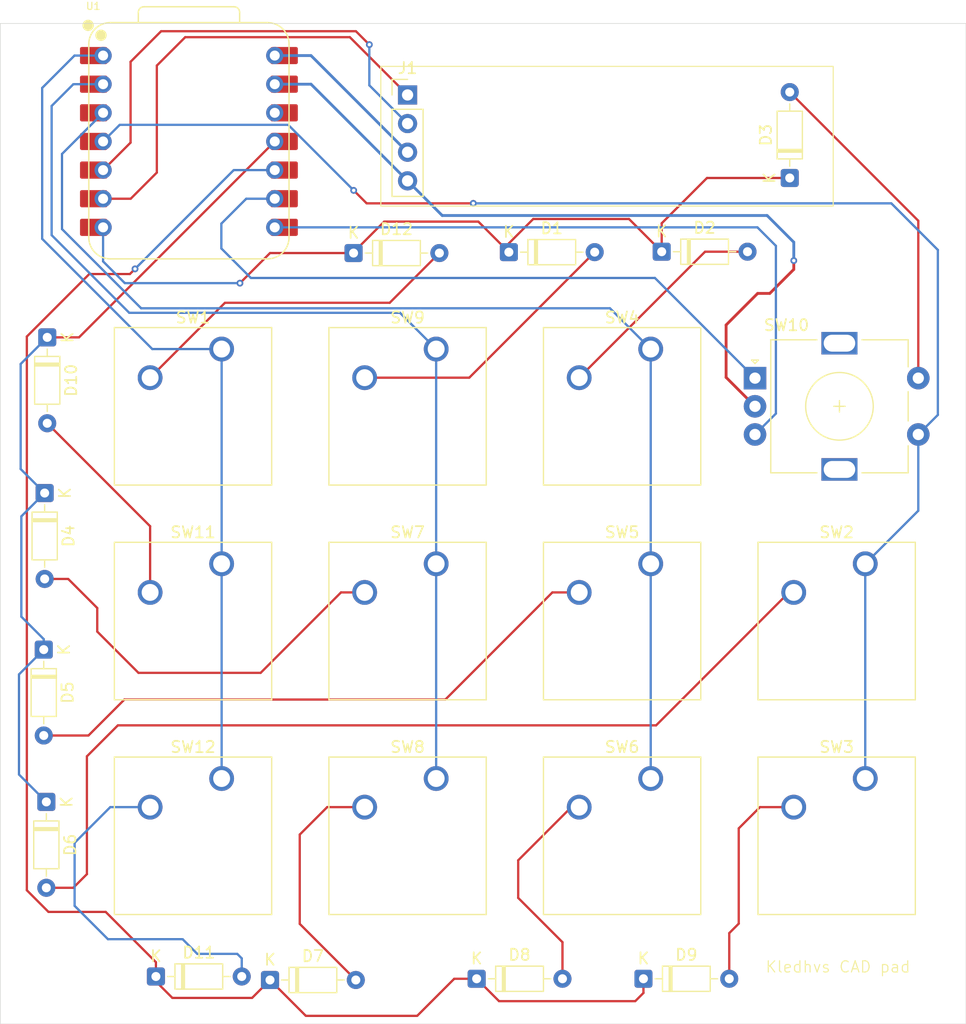
<source format=kicad_pcb>
(kicad_pcb (version 20241229) (generator "pcbnew") (generator_version "9.0")
  (layers (0 "F.Cu" signal) (2 "B.Cu" signal) (13 "F.Paste" user) (15 "B.Paste" user) (5 "F.SilkS" user "F.Silkscreen") (7 "B.SilkS" user "B.Silkscreen") (1 "F.Mask" user) (3 "B.Mask" user) (25 "Edge.Cuts" user))
  (net 0 "")
  (net 1 "Row0")
  (net 2 "Net-(D1-A)")
  (net 3 "Net-(D2-A)")
  (net 4 "Net-(D3-A)")
  (net 5 "Net-(D4-A)")
  (net 6 "Row1")
  (net 7 "Net-(D5-A)")
  (net 8 "Net-(D6-A)")
  (net 9 "Row2")
  (net 10 "Net-(D7-A)")
  (net 11 "Net-(D8-A)")
  (net 12 "Net-(D9-A)")
  (net 13 "VCC")
  (net 14 "Net-(D10-A)")
  (net 15 "GND")
  (net 16 "Net-(D11-A)")
  (net 17 "Net-(D12-A)")
  (net 18 "Col3")
  (net 19 "SDA")
  (net 20 "SCL")
  (net 21 "Col2")
  (net 22 "Col1")
  (net 23 "Col0")
  (net 24 "EC11A")
  (net 25 "EC11B")
  (footprint "Diode_THT:D_DO-35_SOD27_P7.62mm_Horizontal" (layer "F.Cu") (at 139.58 119.64)
    (property "Reference" "D11" (at 3.81 -2.12 0) (layer "F.SilkS"))
    (property "Value" "1N4148")
    (fp_line (start 1.04 0) (end 1.69 0) (stroke (width 0.12)) (layer "F.SilkS"))
    (fp_line (start 2.29 -1.12) (end 2.29 1.12) (stroke (width 0.12)) (layer "F.SilkS"))
    (fp_line (start 2.41 -1.12) (end 2.41 1.12) (stroke (width 0.12)) (layer "F.SilkS"))
    (fp_line (start 2.53 -1.12) (end 2.53 1.12) (stroke (width 0.12)) (layer "F.SilkS"))
    (fp_line (start 6.58 0) (end 5.93 0) (stroke (width 0.12)) (layer "F.SilkS"))
    (fp_rect (start 1.69 -1.12) (end 5.93 1.12) (stroke (width 0.12)) (fill no) (layer "F.SilkS"))
    (fp_text user "K" (at 0 -1.8 0) (layer "F.SilkS"))
    (pad "1" thru_hole roundrect (at 0 0) (size 1.6 1.6) (drill 0.8) (layers "*.Cu" "*.Mask") (roundrect_rratio 0.15625) (net 9 "Row2"))
    (pad "2" thru_hole circle (at 7.62 0) (size 1.6 1.6) (drill 0.8) (layers "*.Cu" "*.Mask") (net 16 "Net-(D11-A)"))
  )
  (footprint "Diode_THT:D_DO-35_SOD27_P7.62mm_Horizontal" (layer "F.Cu") (at 184.49 55.34)
    (property "Reference" "D2" (at 3.81 -2.12 0) (layer "F.SilkS"))
    (property "Value" "1N4148")
    (fp_line (start 1.04 0) (end 1.69 0) (stroke (width 0.12)) (layer "F.SilkS"))
    (fp_line (start 2.29 -1.12) (end 2.29 1.12) (stroke (width 0.12)) (layer "F.SilkS"))
    (fp_line (start 2.41 -1.12) (end 2.41 1.12) (stroke (width 0.12)) (layer "F.SilkS"))
    (fp_line (start 2.53 -1.12) (end 2.53 1.12) (stroke (width 0.12)) (layer "F.SilkS"))
    (fp_line (start 6.58 0) (end 5.93 0) (stroke (width 0.12)) (layer "F.SilkS"))
    (fp_rect (start 1.69 -1.12) (end 5.93 1.12) (stroke (width 0.12)) (fill no) (layer "F.SilkS"))
    (fp_text user "K" (at 0 -1.8 0) (layer "F.SilkS"))
    (pad "1" thru_hole roundrect (at 0 0) (size 1.6 1.6) (drill 0.8) (layers "*.Cu" "*.Mask") (roundrect_rratio 0.15625) (net 1 "Row0"))
    (pad "2" thru_hole circle (at 7.62 0) (size 1.6 1.6) (drill 0.8) (layers "*.Cu" "*.Mask") (net 3 "Net-(D2-A)"))
  )
  (footprint "Diode_THT:D_DO-35_SOD27_P7.62mm_Horizontal" (layer "F.Cu") (at 129.85 104.15 -90)
    (property "Reference" "D6" (at 3.81 -2.12 90) (layer "F.SilkS"))
    (property "Value" "1N4148")
    (fp_line (start 1.04 0) (end 1.69 0) (stroke (width 0.12)) (layer "F.SilkS"))
    (fp_line (start 6.58 0) (end 5.93 0) (stroke (width 0.12)) (layer "F.SilkS"))
    (fp_line (start 2.29 -1.12) (end 2.29 1.12) (stroke (width 0.12)) (layer "F.SilkS"))
    (fp_line (start 2.41 -1.12) (end 2.41 1.12) (stroke (width 0.12)) (layer "F.SilkS"))
    (fp_line (start 2.53 -1.12) (end 2.53 1.12) (stroke (width 0.12)) (layer "F.SilkS"))
    (fp_rect (start 1.69 -1.12) (end 5.93 1.12) (stroke (width 0.12)) (fill no) (layer "F.SilkS"))
    (fp_text user "K" (at 0 -1.8 90) (layer "F.SilkS"))
    (pad "1" thru_hole roundrect (at 0 0 270) (size 1.6 1.6) (drill 0.8) (layers "*.Cu" "*.Mask") (roundrect_rratio 0.15625) (net 6 "Row1"))
    (pad "2" thru_hole circle (at 7.62 0 270) (size 1.6 1.6) (drill 0.8) (layers "*.Cu" "*.Mask") (net 8 "Net-(D6-A)"))
  )
  (footprint "Button_Switch_Keyboard:SW_Cherry_MX_1.00u_PCB" (layer "F.Cu") (at 183.515 63.97625)
    (property "Reference" "SW4" (at -2.54 -2.794 0) (layer "F.SilkS"))
    (property "Value" "SW_Push")
    (fp_line (start -9.525 -1.905) (end 4.445 -1.905) (stroke (width 0.12)) (layer "F.SilkS"))
    (fp_line (start -9.525 12.065) (end -9.525 -1.905) (stroke (width 0.12)) (layer "F.SilkS"))
    (fp_line (start 4.445 -1.905) (end 4.445 12.065) (stroke (width 0.12)) (layer "F.SilkS"))
    (fp_line (start 4.445 12.065) (end -9.525 12.065) (stroke (width 0.12)) (layer "F.SilkS"))
    (pad "" np_thru_hole circle (at -7.62 5.08) (size 1.7 1.7) (drill 1.7) (layers "*.Cu" "*.Mask"))
    (pad "" np_thru_hole circle (at -2.54 5.08) (size 4 4) (drill 4) (layers "*.Cu" "*.Mask"))
    (pad "" np_thru_hole circle (at 2.54 5.08) (size 1.7 1.7) (drill 1.7) (layers "*.Cu" "*.Mask"))
    (pad "1" thru_hole circle (at 0 0) (size 2.2 2.2) (drill 1.5) (layers "*.Cu" "*.Mask") (net 21 "Col2"))
    (pad "2" thru_hole circle (at -6.35 2.54) (size 2.2 2.2) (drill 1.5) (layers "*.Cu" "*.Mask") (net 3 "Net-(D2-A)"))
  )
  (footprint "Diode_THT:D_DO-35_SOD27_P7.62mm_Horizontal" (layer "F.Cu") (at 157.13 55.46)
    (property "Reference" "D12" (at 3.81 -2.12 0) (layer "F.SilkS"))
    (property "Value" "1N4148")
    (fp_line (start 1.04 0) (end 1.69 0) (stroke (width 0.12)) (layer "F.SilkS"))
    (fp_line (start 2.29 -1.12) (end 2.29 1.12) (stroke (width 0.12)) (layer "F.SilkS"))
    (fp_line (start 2.41 -1.12) (end 2.41 1.12) (stroke (width 0.12)) (layer "F.SilkS"))
    (fp_line (start 2.53 -1.12) (end 2.53 1.12) (stroke (width 0.12)) (layer "F.SilkS"))
    (fp_line (start 6.58 0) (end 5.93 0) (stroke (width 0.12)) (layer "F.SilkS"))
    (fp_rect (start 1.69 -1.12) (end 5.93 1.12) (stroke (width 0.12)) (fill no) (layer "F.SilkS"))
    (fp_text user "K" (at 0 -1.8 0) (layer "F.SilkS"))
    (pad "1" thru_hole roundrect (at 0 0) (size 1.6 1.6) (drill 0.8) (layers "*.Cu" "*.Mask") (roundrect_rratio 0.15625) (net 1 "Row0"))
    (pad "2" thru_hole circle (at 7.62 0) (size 1.6 1.6) (drill 0.8) (layers "*.Cu" "*.Mask") (net 17 "Net-(D12-A)"))
  )
  (footprint "Diode_THT:D_DO-35_SOD27_P7.62mm_Horizontal" (layer "F.Cu") (at 129.7 76.75 -90)
    (property "Reference" "D4" (at 3.81 -2.12 90) (layer "F.SilkS"))
    (property "Value" "1N4148")
    (fp_line (start 1.04 0) (end 1.69 0) (stroke (width 0.12)) (layer "F.SilkS"))
    (fp_line (start 6.58 0) (end 5.93 0) (stroke (width 0.12)) (layer "F.SilkS"))
    (fp_line (start 2.29 -1.12) (end 2.29 1.12) (stroke (width 0.12)) (layer "F.SilkS"))
    (fp_line (start 2.41 -1.12) (end 2.41 1.12) (stroke (width 0.12)) (layer "F.SilkS"))
    (fp_line (start 2.53 -1.12) (end 2.53 1.12) (stroke (width 0.12)) (layer "F.SilkS"))
    (fp_rect (start 1.69 -1.12) (end 5.93 1.12) (stroke (width 0.12)) (fill no) (layer "F.SilkS"))
    (fp_text user "K" (at 0 -1.8 90) (layer "F.SilkS"))
    (pad "1" thru_hole roundrect (at 0 0 270) (size 1.6 1.6) (drill 0.8) (layers "*.Cu" "*.Mask") (roundrect_rratio 0.15625) (net 6 "Row1"))
    (pad "2" thru_hole circle (at 7.62 0 270) (size 1.6 1.6) (drill 0.8) (layers "*.Cu" "*.Mask") (net 5 "Net-(D4-A)"))
  )
  (footprint "Diode_THT:D_DO-35_SOD27_P7.62mm_Horizontal" (layer "F.Cu") (at 129.93 62.94 -90)
    (property "Reference" "D10" (at 3.81 -2.12 90) (layer "F.SilkS"))
    (property "Value" "1N4148")
    (fp_line (start 1.04 0) (end 1.69 0) (stroke (width 0.12)) (layer "F.SilkS"))
    (fp_line (start 6.58 0) (end 5.93 0) (stroke (width 0.12)) (layer "F.SilkS"))
    (fp_line (start 2.29 -1.12) (end 2.29 1.12) (stroke (width 0.12)) (layer "F.SilkS"))
    (fp_line (start 2.41 -1.12) (end 2.41 1.12) (stroke (width 0.12)) (layer "F.SilkS"))
    (fp_line (start 2.53 -1.12) (end 2.53 1.12) (stroke (width 0.12)) (layer "F.SilkS"))
    (fp_rect (start 1.69 -1.12) (end 5.93 1.12) (stroke (width 0.12)) (fill no) (layer "F.SilkS"))
    (fp_text user "K" (at 0 -1.8 90) (layer "F.SilkS"))
    (pad "1" thru_hole roundrect (at 0 0 270) (size 1.6 1.6) (drill 0.8) (layers "*.Cu" "*.Mask") (roundrect_rratio 0.15625) (net 6 "Row1"))
    (pad "2" thru_hole circle (at 7.62 0 270) (size 1.6 1.6) (drill 0.8) (layers "*.Cu" "*.Mask") (net 14 "Net-(D10-A)"))
  )
  (footprint "Button_Switch_Keyboard:SW_Cherry_MX_1.00u_PCB" (layer "F.Cu") (at 145.415 63.97625)
    (property "Reference" "SW1" (at -2.54 -2.794 0) (layer "F.SilkS"))
    (property "Value" "SW_Push")
    (fp_line (start -9.525 -1.905) (end 4.445 -1.905) (stroke (width 0.12)) (layer "F.SilkS"))
    (fp_line (start -9.525 12.065) (end -9.525 -1.905) (stroke (width 0.12)) (layer "F.SilkS"))
    (fp_line (start 4.445 -1.905) (end 4.445 12.065) (stroke (width 0.12)) (layer "F.SilkS"))
    (fp_line (start 4.445 12.065) (end -9.525 12.065) (stroke (width 0.12)) (layer "F.SilkS"))
    (pad "" np_thru_hole circle (at -7.62 5.08) (size 1.7 1.7) (drill 1.7) (layers "*.Cu" "*.Mask"))
    (pad "" np_thru_hole circle (at -2.54 5.08) (size 4 4) (drill 4) (layers "*.Cu" "*.Mask"))
    (pad "" np_thru_hole circle (at 2.54 5.08) (size 1.7 1.7) (drill 1.7) (layers "*.Cu" "*.Mask"))
    (pad "1" thru_hole circle (at 0 0) (size 2.2 2.2) (drill 1.5) (layers "*.Cu" "*.Mask") (net 23 "Col0"))
    (pad "2" thru_hole circle (at -6.35 2.54) (size 2.2 2.2) (drill 1.5) (layers "*.Cu" "*.Mask") (net 17 "Net-(D12-A)"))
  )
  (footprint "Diode_THT:D_DO-35_SOD27_P7.62mm_Horizontal" (layer "F.Cu") (at 182.87 119.84)
    (property "Reference" "D9" (at 3.81 -2.12 0) (layer "F.SilkS"))
    (property "Value" "1N4148")
    (fp_line (start 1.04 0) (end 1.69 0) (stroke (width 0.12)) (layer "F.SilkS"))
    (fp_line (start 2.29 -1.12) (end 2.29 1.12) (stroke (width 0.12)) (layer "F.SilkS"))
    (fp_line (start 2.41 -1.12) (end 2.41 1.12) (stroke (width 0.12)) (layer "F.SilkS"))
    (fp_line (start 2.53 -1.12) (end 2.53 1.12) (stroke (width 0.12)) (layer "F.SilkS"))
    (fp_line (start 6.58 0) (end 5.93 0) (stroke (width 0.12)) (layer "F.SilkS"))
    (fp_rect (start 1.69 -1.12) (end 5.93 1.12) (stroke (width 0.12)) (fill no) (layer "F.SilkS"))
    (fp_text user "K" (at 0 -1.8 0) (layer "F.SilkS"))
    (pad "1" thru_hole roundrect (at 0 0) (size 1.6 1.6) (drill 0.8) (layers "*.Cu" "*.Mask") (roundrect_rratio 0.15625) (net 9 "Row2"))
    (pad "2" thru_hole circle (at 7.62 0) (size 1.6 1.6) (drill 0.8) (layers "*.Cu" "*.Mask") (net 12 "Net-(D9-A)"))
  )
  (footprint "Diode_THT:D_DO-35_SOD27_P7.62mm_Horizontal" (layer "F.Cu") (at 129.62 90.64 -90)
    (property "Reference" "D5" (at 3.81 -2.12 90) (layer "F.SilkS"))
    (property "Value" "1N4148")
    (fp_line (start 1.04 0) (end 1.69 0) (stroke (width 0.12)) (layer "F.SilkS"))
    (fp_line (start 6.58 0) (end 5.93 0) (stroke (width 0.12)) (layer "F.SilkS"))
    (fp_line (start 2.29 -1.12) (end 2.29 1.12) (stroke (width 0.12)) (layer "F.SilkS"))
    (fp_line (start 2.41 -1.12) (end 2.41 1.12) (stroke (width 0.12)) (layer "F.SilkS"))
    (fp_line (start 2.53 -1.12) (end 2.53 1.12) (stroke (width 0.12)) (layer "F.SilkS"))
    (fp_rect (start 1.69 -1.12) (end 5.93 1.12) (stroke (width 0.12)) (fill no) (layer "F.SilkS"))
    (fp_text user "K" (at 0 -1.8 90) (layer "F.SilkS"))
    (pad "1" thru_hole roundrect (at 0 0 270) (size 1.6 1.6) (drill 0.8) (layers "*.Cu" "*.Mask") (roundrect_rratio 0.15625) (net 6 "Row1"))
    (pad "2" thru_hole circle (at 7.62 0 270) (size 1.6 1.6) (drill 0.8) (layers "*.Cu" "*.Mask") (net 7 "Net-(D5-A)"))
  )
  (footprint "Button_Switch_Keyboard:SW_Cherry_MX_1.00u_PCB" (layer "F.Cu") (at 145.415 83.02625)
    (property "Reference" "SW11" (at -2.54 -2.794 0) (layer "F.SilkS"))
    (property "Value" "SW_Push")
    (fp_line (start -9.525 -1.905) (end 4.445 -1.905) (stroke (width 0.12)) (layer "F.SilkS"))
    (fp_line (start -9.525 12.065) (end -9.525 -1.905) (stroke (width 0.12)) (layer "F.SilkS"))
    (fp_line (start 4.445 -1.905) (end 4.445 12.065) (stroke (width 0.12)) (layer "F.SilkS"))
    (fp_line (start 4.445 12.065) (end -9.525 12.065) (stroke (width 0.12)) (layer "F.SilkS"))
    (pad "" np_thru_hole circle (at -7.62 5.08) (size 1.7 1.7) (drill 1.7) (layers "*.Cu" "*.Mask"))
    (pad "" np_thru_hole circle (at -2.54 5.08) (size 4 4) (drill 4) (layers "*.Cu" "*.Mask"))
    (pad "" np_thru_hole circle (at 2.54 5.08) (size 1.7 1.7) (drill 1.7) (layers "*.Cu" "*.Mask"))
    (pad "1" thru_hole circle (at 0 0) (size 2.2 2.2) (drill 1.5) (layers "*.Cu" "*.Mask") (net 23 "Col0"))
    (pad "2" thru_hole circle (at -6.35 2.54) (size 2.2 2.2) (drill 1.5) (layers "*.Cu" "*.Mask") (net 14 "Net-(D10-A)"))
  )
  (footprint "Button_Switch_Keyboard:SW_Cherry_MX_1.00u_PCB" (layer "F.Cu") (at 202.565 83.02625)
    (property "Reference" "SW2" (at -2.54 -2.794 0) (layer "F.SilkS"))
    (property "Value" "SW_Push")
    (fp_line (start -9.525 -1.905) (end 4.445 -1.905) (stroke (width 0.12)) (layer "F.SilkS"))
    (fp_line (start -9.525 12.065) (end -9.525 -1.905) (stroke (width 0.12)) (layer "F.SilkS"))
    (fp_line (start 4.445 -1.905) (end 4.445 12.065) (stroke (width 0.12)) (layer "F.SilkS"))
    (fp_line (start 4.445 12.065) (end -9.525 12.065) (stroke (width 0.12)) (layer "F.SilkS"))
    (pad "" np_thru_hole circle (at -7.62 5.08) (size 1.7 1.7) (drill 1.7) (layers "*.Cu" "*.Mask"))
    (pad "" np_thru_hole circle (at -2.54 5.08) (size 4 4) (drill 4) (layers "*.Cu" "*.Mask"))
    (pad "" np_thru_hole circle (at 2.54 5.08) (size 1.7 1.7) (drill 1.7) (layers "*.Cu" "*.Mask"))
    (pad "1" thru_hole circle (at 0 0) (size 2.2 2.2) (drill 1.5) (layers "*.Cu" "*.Mask") (net 18 "Col3"))
    (pad "2" thru_hole circle (at -6.35 2.54) (size 2.2 2.2) (drill 1.5) (layers "*.Cu" "*.Mask") (net 8 "Net-(D6-A)"))
  )
  (footprint "Connector_PinHeader_2.54mm:PinHeader_1x04_P2.54mm_Vertical" (layer "F.Cu") (at 161.925 41.43375)
    (property "Reference" "J1" (at 0 -2.38 0) (layer "F.SilkS"))
    (property "Value" "OLED Display")
    (fp_line (start -1.38 -1.38) (end 0 -1.38) (stroke (width 0.12)) (layer "F.SilkS"))
    (fp_line (start -1.38 0) (end -1.38 -1.38) (stroke (width 0.12)) (layer "F.SilkS"))
    (fp_line (start -1.38 1.27) (end -1.38 9) (stroke (width 0.12)) (layer "F.SilkS"))
    (fp_line (start -1.38 1.27) (end 1.38 1.27) (stroke (width 0.12)) (layer "F.SilkS"))
    (fp_line (start -1.38 9) (end 1.38 9) (stroke (width 0.12)) (layer "F.SilkS"))
    (fp_line (start 1.38 1.27) (end 1.38 9) (stroke (width 0.12)) (layer "F.SilkS"))
    (pad "1" thru_hole rect (at 0 0) (size 1.7 1.7) (drill 1) (layers "*.Cu" "*.Mask") (net 20 "SCL"))
    (pad "2" thru_hole circle (at 0 2.54) (size 1.7 1.7) (drill 1) (layers "*.Cu" "*.Mask") (net 19 "SDA"))
    (pad "3" thru_hole circle (at 0 5.08) (size 1.7 1.7) (drill 1) (layers "*.Cu" "*.Mask") (net 13 "VCC"))
    (pad "4" thru_hole circle (at 0 7.62) (size 1.7 1.7) (drill 1) (layers "*.Cu" "*.Mask") (net 15 "GND"))
  )
  (footprint "OPL lib:XIAO-RP2040-DIP" (layer "F.Cu") (at 142.51 45.56)
    (property "Reference" "U1" (at -8.5 -12 0) (layer "F.SilkS") (effects (font (size 0.635 0.635) (thickness 0.1016))))
    (property "Value" "XIAO-RP2040-DIP")
    (fp_line (start -8.89 8.509) (end -8.89 -8.636) (stroke (width 0.127)) (layer "F.SilkS"))
    (fp_line (start -6.985 10.414) (end 6.985 10.414) (stroke (width 0.127)) (layer "F.SilkS"))
    (fp_line (start -4.495 -10.541) (end -4.491272 -11.451272) (stroke (width 0.127)) (layer "F.SilkS"))
    (fp_line (start -3.991272 -11.951) (end 4.004 -11.951) (stroke (width 0.127)) (layer "F.SilkS"))
    (fp_line (start 4.504 -11.451) (end 4.504 -10.541) (stroke (width 0.127)) (layer "F.SilkS"))
    (fp_line (start 6.985 -10.541) (end -6.985 -10.541) (stroke (width 0.1)) (layer "F.SilkS"))
    (fp_line (start 6.985 -10.541) (end -6.985 -10.541) (stroke (width 0.127)) (layer "F.SilkS"))
    (fp_line (start 8.89 8.509) (end 8.89 -8.636) (stroke (width 0.127)) (layer "F.SilkS"))
    (fp_arc (start -8.89 -8.636) (mid -8.332038 -9.983038) (end -6.985 -10.541) (stroke (width 0.127)) (layer "F.SilkS"))
    (fp_arc (start -6.985 10.414) (mid -8.332038 9.856038) (end -8.89 8.509) (stroke (width 0.127)) (layer "F.SilkS"))
    (fp_arc (start -4.491272 -11.451272) (mid -4.344728 -11.80464) (end -3.991272 -11.951) (stroke (width 0.127)) (layer "F.SilkS"))
    (fp_arc (start 4.004 -11.951) (mid 4.357553 -11.804553) (end 4.504 -11.451) (stroke (width 0.127)) (layer "F.SilkS"))
    (fp_arc (start 6.985 -10.541) (mid 8.332038 -9.983038) (end 8.89 -8.636) (stroke (width 0.127)) (layer "F.SilkS"))
    (fp_arc (start 8.89 8.509) (mid 8.332038 9.856038) (end 6.985 10.414) (stroke (width 0.127)) (layer "F.SilkS"))
    (fp_circle (center -8.95 -10.3) (end -8.95 -10.554) (stroke (width 0.5)) (fill yes) (layer "F.SilkS"))
    (fp_circle (center -7.807 -9.42) (end -7.807 -9.674) (stroke (width 0.5)) (fill yes) (layer "F.SilkS"))
    (pad "1" smd roundrect (at -8.455 -7.62 180) (size 2.432 1.524) (layers "F.Cu" "F.Mask") (roundrect_rratio 0.1) (net 23 "Col0"))
    (pad "1" thru_hole circle (at -7.62 -7.62 180) (size 1.524 1.524) (drill 0.889) (layers "*.Cu" "*.Mask") (net 23 "Col0"))
    (pad "2" smd roundrect (at -8.455 -5.08 180) (size 2.432 1.524) (layers "F.Cu" "F.Mask") (roundrect_rratio 0.1) (net 22 "Col1"))
    (pad "2" thru_hole circle (at -7.62 -5.08 180) (size 1.524 1.524) (drill 0.889) (layers "*.Cu" "*.Mask") (net 22 "Col1"))
    (pad "3" smd roundrect (at -8.455 -2.54 180) (size 2.432 1.524) (layers "F.Cu" "F.Mask") (roundrect_rratio 0.1) (net 21 "Col2"))
    (pad "3" thru_hole circle (at -7.62 -2.54 180) (size 1.524 1.524) (drill 0.889) (layers "*.Cu" "*.Mask") (net 21 "Col2"))
    (pad "4" smd roundrect (at -8.455 0 180) (size 2.432 1.524) (layers "F.Cu" "F.Mask") (roundrect_rratio 0.1) (net 18 "Col3"))
    (pad "4" thru_hole circle (at -7.62 0 180) (size 1.524 1.524) (drill 0.889) (layers "*.Cu" "*.Mask") (net 18 "Col3"))
    (pad "5" smd roundrect (at -8.455 2.54 180) (size 2.432 1.524) (layers "F.Cu" "F.Mask") (roundrect_rratio 0.1) (net 19 "SDA"))
    (pad "5" thru_hole circle (at -7.62 2.54 180) (size 1.524 1.524) (drill 0.889) (layers "*.Cu" "*.Mask") (net 19 "SDA"))
    (pad "6" smd roundrect (at -8.455 5.08 180) (size 2.432 1.524) (layers "F.Cu" "F.Mask") (roundrect_rratio 0.1) (net 20 "SCL"))
    (pad "6" thru_hole circle (at -7.62 5.08 180) (size 1.524 1.524) (drill 0.889) (layers "*.Cu" "*.Mask") (net 20 "SCL"))
    (pad "7" smd roundrect (at -8.455 7.62 180) (size 2.432 1.524) (layers "F.Cu" "F.Mask") (roundrect_rratio 0.1) (net 1 "Row0"))
    (pad "7" thru_hole circle (at -7.62 7.62 180) (size 1.524 1.524) (drill 0.889) (layers "*.Cu" "*.Mask") (net 1 "Row0"))
    (pad "8" thru_hole circle (at 7.62 7.62) (size 1.524 1.524) (drill 0.889) (layers "*.Cu" "*.Mask") (net 25 "EC11B"))
    (pad "8" smd roundrect (at 8.455 7.62) (size 2.432 1.524) (layers "F.Cu" "F.Mask") (roundrect_rratio 0.1) (net 25 "EC11B"))
    (pad "9" thru_hole circle (at 7.62 5.08) (size 1.524 1.524) (drill 0.889) (layers "*.Cu" "*.Mask") (net 24 "EC11A"))
    (pad "9" smd roundrect (at 8.455 5.08) (size 2.432 1.524) (layers "F.Cu" "F.Mask") (roundrect_rratio 0.1) (net 24 "EC11A"))
    (pad "10" thru_hole circle (at 7.62 2.54) (size 1.524 1.524) (drill 0.889) (layers "*.Cu" "*.Mask") (net 9 "Row2"))
    (pad "10" smd roundrect (at 8.455 2.54) (size 2.432 1.524) (layers "F.Cu" "F.Mask") (roundrect_rratio 0.1) (net 9 "Row2"))
    (pad "11" thru_hole circle (at 7.62 0) (size 1.524 1.524) (drill 0.889) (layers "*.Cu" "*.Mask") (net 6 "Row1"))
    (pad "11" smd roundrect (at 8.455 0) (size 2.432 1.524) (layers "F.Cu" "F.Mask") (roundrect_rratio 0.1) (net 6 "Row1"))
    (pad "12" thru_hole circle (at 7.62 -2.54) (size 1.524 1.524) (drill 0.889) (layers "*.Cu" "*.Mask"))
    (pad "12" smd roundrect (at 8.455 -2.54) (size 2.432 1.524) (layers "F.Cu" "F.Mask") (roundrect_rratio 0.1))
    (pad "13" thru_hole circle (at 7.62 -5.08) (size 1.524 1.524) (drill 0.889) (layers "*.Cu" "*.Mask") (net 15 "GND"))
    (pad "13" smd roundrect (at 8.455 -5.08) (size 2.432 1.524) (layers "F.Cu" "F.Mask") (roundrect_rratio 0.1) (net 15 "GND"))
    (pad "14" thru_hole circle (at 7.62 -7.62) (size 1.524 1.524) (drill 0.889) (layers "*.Cu" "*.Mask") (net 13 "VCC"))
    (pad "14" smd roundrect (at 8.455 -7.62) (size 2.432 1.524) (layers "F.Cu" "F.Mask") (roundrect_rratio 0.1) (net 13 "VCC"))
  )
  (footprint "Button_Switch_Keyboard:SW_Cherry_MX_1.00u_PCB" (layer "F.Cu") (at 164.465 83.02625)
    (property "Reference" "SW7" (at -2.54 -2.794 0) (layer "F.SilkS"))
    (property "Value" "SW_Push")
    (fp_line (start -9.525 -1.905) (end 4.445 -1.905) (stroke (width 0.12)) (layer "F.SilkS"))
    (fp_line (start -9.525 12.065) (end -9.525 -1.905) (stroke (width 0.12)) (layer "F.SilkS"))
    (fp_line (start 4.445 -1.905) (end 4.445 12.065) (stroke (width 0.12)) (layer "F.SilkS"))
    (fp_line (start 4.445 12.065) (end -9.525 12.065) (stroke (width 0.12)) (layer "F.SilkS"))
    (pad "" np_thru_hole circle (at -7.62 5.08) (size 1.7 1.7) (drill 1.7) (layers "*.Cu" "*.Mask"))
    (pad "" np_thru_hole circle (at -2.54 5.08) (size 4 4) (drill 4) (layers "*.Cu" "*.Mask"))
    (pad "" np_thru_hole circle (at 2.54 5.08) (size 1.7 1.7) (drill 1.7) (layers "*.Cu" "*.Mask"))
    (pad "1" thru_hole circle (at 0 0) (size 2.2 2.2) (drill 1.5) (layers "*.Cu" "*.Mask") (net 22 "Col1"))
    (pad "2" thru_hole circle (at -6.35 2.54) (size 2.2 2.2) (drill 1.5) (layers "*.Cu" "*.Mask") (net 5 "Net-(D4-A)"))
  )
  (footprint "Button_Switch_Keyboard:SW_Cherry_MX_1.00u_PCB" (layer "F.Cu") (at 164.465 102.07625)
    (property "Reference" "SW8" (at -2.54 -2.794 0) (layer "F.SilkS"))
    (property "Value" "SW_Push")
    (fp_line (start -9.525 -1.905) (end 4.445 -1.905) (stroke (width 0.12)) (layer "F.SilkS"))
    (fp_line (start -9.525 12.065) (end -9.525 -1.905) (stroke (width 0.12)) (layer "F.SilkS"))
    (fp_line (start 4.445 -1.905) (end 4.445 12.065) (stroke (width 0.12)) (layer "F.SilkS"))
    (fp_line (start 4.445 12.065) (end -9.525 12.065) (stroke (width 0.12)) (layer "F.SilkS"))
    (pad "" np_thru_hole circle (at -7.62 5.08) (size 1.7 1.7) (drill 1.7) (layers "*.Cu" "*.Mask"))
    (pad "" np_thru_hole circle (at -2.54 5.08) (size 4 4) (drill 4) (layers "*.Cu" "*.Mask"))
    (pad "" np_thru_hole circle (at 2.54 5.08) (size 1.7 1.7) (drill 1.7) (layers "*.Cu" "*.Mask"))
    (pad "1" thru_hole circle (at 0 0) (size 2.2 2.2) (drill 1.5) (layers "*.Cu" "*.Mask") (net 22 "Col1"))
    (pad "2" thru_hole circle (at -6.35 2.54) (size 2.2 2.2) (drill 1.5) (layers "*.Cu" "*.Mask") (net 10 "Net-(D7-A)"))
  )
  (footprint "Button_Switch_Keyboard:SW_Cherry_MX_1.00u_PCB" (layer "F.Cu") (at 164.465 63.97625)
    (property "Reference" "SW9" (at -2.54 -2.794 0) (layer "F.SilkS"))
    (property "Value" "SW_Push")
    (fp_line (start -9.525 -1.905) (end 4.445 -1.905) (stroke (width 0.12)) (layer "F.SilkS"))
    (fp_line (start -9.525 12.065) (end -9.525 -1.905) (stroke (width 0.12)) (layer "F.SilkS"))
    (fp_line (start 4.445 -1.905) (end 4.445 12.065) (stroke (width 0.12)) (layer "F.SilkS"))
    (fp_line (start 4.445 12.065) (end -9.525 12.065) (stroke (width 0.12)) (layer "F.SilkS"))
    (pad "" np_thru_hole circle (at -7.62 5.08) (size 1.7 1.7) (drill 1.7) (layers "*.Cu" "*.Mask"))
    (pad "" np_thru_hole circle (at -2.54 5.08) (size 4 4) (drill 4) (layers "*.Cu" "*.Mask"))
    (pad "" np_thru_hole circle (at 2.54 5.08) (size 1.7 1.7) (drill 1.7) (layers "*.Cu" "*.Mask"))
    (pad "1" thru_hole circle (at 0 0) (size 2.2 2.2) (drill 1.5) (layers "*.Cu" "*.Mask") (net 22 "Col1"))
    (pad "2" thru_hole circle (at -6.35 2.54) (size 2.2 2.2) (drill 1.5) (layers "*.Cu" "*.Mask") (net 2 "Net-(D1-A)"))
  )
  (footprint "Diode_THT:D_DO-35_SOD27_P7.62mm_Horizontal" (layer "F.Cu") (at 195.86 48.8 90)
    (property "Reference" "D3" (at 3.81 -2.12 90) (layer "F.SilkS"))
    (property "Value" "1N4148")
    (fp_line (start 2.53 -1.12) (end 2.53 1.12) (stroke (width 0.12)) (layer "F.SilkS"))
    (fp_line (start 2.41 -1.12) (end 2.41 1.12) (stroke (width 0.12)) (layer "F.SilkS"))
    (fp_line (start 2.29 -1.12) (end 2.29 1.12) (stroke (width 0.12)) (layer "F.SilkS"))
    (fp_line (start 6.58 0) (end 5.93 0) (stroke (width 0.12)) (layer "F.SilkS"))
    (fp_line (start 1.04 0) (end 1.69 0) (stroke (width 0.12)) (layer "F.SilkS"))
    (fp_rect (start 1.69 -1.12) (end 5.93 1.12) (stroke (width 0.12)) (fill no) (layer "F.SilkS"))
    (fp_text user "K" (at 0 -1.8 90) (layer "F.SilkS"))
    (pad "1" thru_hole roundrect (at 0 0 90) (size 1.6 1.6) (drill 0.8) (layers "*.Cu" "*.Mask") (roundrect_rratio 0.15625) (net 1 "Row0"))
    (pad "2" thru_hole circle (at 7.62 0 90) (size 1.6 1.6) (drill 0.8) (layers "*.Cu" "*.Mask") (net 4 "Net-(D3-A)"))
  )
  (footprint "Button_Switch_Keyboard:SW_Cherry_MX_1.00u_PCB" (layer "F.Cu") (at 183.515 102.07625)
    (property "Reference" "SW6" (at -2.54 -2.794 0) (layer "F.SilkS"))
    (property "Value" "SW_Push")
    (fp_line (start -9.525 -1.905) (end 4.445 -1.905) (stroke (width 0.12)) (layer "F.SilkS"))
    (fp_line (start -9.525 12.065) (end -9.525 -1.905) (stroke (width 0.12)) (layer "F.SilkS"))
    (fp_line (start 4.445 -1.905) (end 4.445 12.065) (stroke (width 0.12)) (layer "F.SilkS"))
    (fp_line (start 4.445 12.065) (end -9.525 12.065) (stroke (width 0.12)) (layer "F.SilkS"))
    (pad "" np_thru_hole circle (at -7.62 5.08) (size 1.7 1.7) (drill 1.7) (layers "*.Cu" "*.Mask"))
    (pad "" np_thru_hole circle (at -2.54 5.08) (size 4 4) (drill 4) (layers "*.Cu" "*.Mask"))
    (pad "" np_thru_hole circle (at 2.54 5.08) (size 1.7 1.7) (drill 1.7) (layers "*.Cu" "*.Mask"))
    (pad "1" thru_hole circle (at 0 0) (size 2.2 2.2) (drill 1.5) (layers "*.Cu" "*.Mask") (net 21 "Col2"))
    (pad "2" thru_hole circle (at -6.35 2.54) (size 2.2 2.2) (drill 1.5) (layers "*.Cu" "*.Mask") (net 11 "Net-(D8-A)"))
  )
  (footprint "Button_Switch_Keyboard:SW_Cherry_MX_1.00u_PCB" (layer "F.Cu") (at 145.415 102.07625)
    (property "Reference" "SW12" (at -2.54 -2.794 0) (layer "F.SilkS"))
    (property "Value" "SW_Push")
    (fp_line (start -9.525 -1.905) (end 4.445 -1.905) (stroke (width 0.12)) (layer "F.SilkS"))
    (fp_line (start -9.525 12.065) (end -9.525 -1.905) (stroke (width 0.12)) (layer "F.SilkS"))
    (fp_line (start 4.445 -1.905) (end 4.445 12.065) (stroke (width 0.12)) (layer "F.SilkS"))
    (fp_line (start 4.445 12.065) (end -9.525 12.065) (stroke (width 0.12)) (layer "F.SilkS"))
    (pad "" np_thru_hole circle (at -7.62 5.08) (size 1.7 1.7) (drill 1.7) (layers "*.Cu" "*.Mask"))
    (pad "" np_thru_hole circle (at -2.54 5.08) (size 4 4) (drill 4) (layers "*.Cu" "*.Mask"))
    (pad "" np_thru_hole circle (at 2.54 5.08) (size 1.7 1.7) (drill 1.7) (layers "*.Cu" "*.Mask"))
    (pad "1" thru_hole circle (at 0 0) (size 2.2 2.2) (drill 1.5) (layers "*.Cu" "*.Mask") (net 23 "Col0"))
    (pad "2" thru_hole circle (at -6.35 2.54) (size 2.2 2.2) (drill 1.5) (layers "*.Cu" "*.Mask") (net 16 "Net-(D11-A)"))
  )
  (footprint "Rotary_Encoder:RotaryEncoder_Alps_EC11E-Switch_Vertical_H20mm" (layer "F.Cu") (at 192.775 66.55625)
    (property "Reference" "SW10" (at 2.8 -4.7 0) (layer "F.SilkS"))
    (property "Value" "RotaryEncoder_Switch")
    (fp_line (start -0.3 -1.6) (end 0.3 -1.6) (stroke (width 0.12)) (layer "F.SilkS"))
    (fp_line (start 0 -1.3) (end -0.3 -1.6) (stroke (width 0.12)) (layer "F.SilkS"))
    (fp_line (start 0.3 -1.6) (end 0 -1.3) (stroke (width 0.12)) (layer "F.SilkS"))
    (fp_line (start 1.4 -3.4) (end 1.4 8.4) (stroke (width 0.12)) (layer "F.SilkS"))
    (fp_line (start 5.5 -3.4) (end 1.4 -3.4) (stroke (width 0.12)) (layer "F.SilkS"))
    (fp_line (start 5.5 8.4) (end 1.4 8.4) (stroke (width 0.12)) (layer "F.SilkS"))
    (fp_line (start 7 2.5) (end 8 2.5) (stroke (width 0.12)) (layer "F.SilkS"))
    (fp_line (start 7.5 2) (end 7.5 3) (stroke (width 0.12)) (layer "F.SilkS"))
    (fp_line (start 9.5 -3.4) (end 13.6 -3.4) (stroke (width 0.12)) (layer "F.SilkS"))
    (fp_line (start 13.6 -3.4) (end 13.6 -1) (stroke (width 0.12)) (layer "F.SilkS"))
    (fp_line (start 13.6 1.2) (end 13.6 3.8) (stroke (width 0.12)) (layer "F.SilkS"))
    (fp_line (start 13.6 6) (end 13.6 8.4) (stroke (width 0.12)) (layer "F.SilkS"))
    (fp_line (start 13.6 8.4) (end 9.5 8.4) (stroke (width 0.12)) (layer "F.SilkS"))
    (fp_circle (center 7.5 2.5) (end 10.5 2.5) (stroke (width 0.12)) (fill no) (layer "F.SilkS"))
    (pad "A" thru_hole rect (at 0 0) (size 2 2) (drill 1) (layers "*.Cu" "*.Mask") (net 24 "EC11A"))
    (pad "B" thru_hole circle (at 0 5) (size 2 2) (drill 1) (layers "*.Cu" "*.Mask") (net 25 "EC11B"))
    (pad "C" thru_hole circle (at 0 2.5) (size 2 2) (drill 1) (layers "*.Cu" "*.Mask") (net 15 "GND"))
    (pad "MP" thru_hole rect (at 7.5 -3.1) (size 3.2 2) (drill oval 2.8 1.5) (layers "*.Cu" "*.Mask"))
    (pad "MP" thru_hole rect (at 7.5 8.1) (size 3.2 2) (drill oval 2.8 1.5) (layers "*.Cu" "*.Mask"))
    (pad "S1" thru_hole circle (at 14.5 5) (size 2 2) (drill 1) (layers "*.Cu" "*.Mask") (net 18 "Col3"))
    (pad "S2" thru_hole circle (at 14.5 0) (size 2 2) (drill 1) (layers "*.Cu" "*.Mask") (net 4 "Net-(D3-A)"))
  )
  (footprint "Button_Switch_Keyboard:SW_Cherry_MX_1.00u_PCB" (layer "F.Cu") (at 202.565 102.07625)
    (property "Reference" "SW3" (at -2.54 -2.794 0) (layer "F.SilkS"))
    (property "Value" "SW_Push")
    (fp_line (start -9.525 -1.905) (end 4.445 -1.905) (stroke (width 0.12)) (layer "F.SilkS"))
    (fp_line (start -9.525 12.065) (end -9.525 -1.905) (stroke (width 0.12)) (layer "F.SilkS"))
    (fp_line (start 4.445 -1.905) (end 4.445 12.065) (stroke (width 0.12)) (layer "F.SilkS"))
    (fp_line (start 4.445 12.065) (end -9.525 12.065) (stroke (width 0.12)) (layer "F.SilkS"))
    (pad "" np_thru_hole circle (at -7.62 5.08) (size 1.7 1.7) (drill 1.7) (layers "*.Cu" "*.Mask"))
    (pad "" np_thru_hole circle (at -2.54 5.08) (size 4 4) (drill 4) (layers "*.Cu" "*.Mask"))
    (pad "" np_thru_hole circle (at 2.54 5.08) (size 1.7 1.7) (drill 1.7) (layers "*.Cu" "*.Mask"))
    (pad "1" thru_hole circle (at 0 0) (size 2.2 2.2) (drill 1.5) (layers "*.Cu" "*.Mask") (net 18 "Col3"))
    (pad "2" thru_hole circle (at -6.35 2.54) (size 2.2 2.2) (drill 1.5) (layers "*.Cu" "*.Mask") (net 12 "Net-(D9-A)"))
  )
  (footprint "Diode_THT:D_DO-35_SOD27_P7.62mm_Horizontal" (layer "F.Cu") (at 170.92 55.38)
    (property "Reference" "D1" (at 3.81 -2.12 0) (layer "F.SilkS"))
    (property "Value" "1N4148")
    (fp_line (start 1.04 0) (end 1.69 0) (stroke (width 0.12)) (layer "F.SilkS"))
    (fp_line (start 2.29 -1.12) (end 2.29 1.12) (stroke (width 0.12)) (layer "F.SilkS"))
    (fp_line (start 2.41 -1.12) (end 2.41 1.12) (stroke (width 0.12)) (layer "F.SilkS"))
    (fp_line (start 2.53 -1.12) (end 2.53 1.12) (stroke (width 0.12)) (layer "F.SilkS"))
    (fp_line (start 6.58 0) (end 5.93 0) (stroke (width 0.12)) (layer "F.SilkS"))
    (fp_rect (start 1.69 -1.12) (end 5.93 1.12) (stroke (width 0.12)) (fill no) (layer "F.SilkS"))
    (fp_text user "K" (at 0 -1.8 0) (layer "F.SilkS"))
    (pad "1" thru_hole roundrect (at 0 0) (size 1.6 1.6) (drill 0.8) (layers "*.Cu" "*.Mask") (roundrect_rratio 0.15625) (net 1 "Row0"))
    (pad "2" thru_hole circle (at 7.62 0) (size 1.6 1.6) (drill 0.8) (layers "*.Cu" "*.Mask") (net 2 "Net-(D1-A)"))
  )
  (footprint "Diode_THT:D_DO-35_SOD27_P7.62mm_Horizontal" (layer "F.Cu") (at 149.71 119.95)
    (property "Reference" "D7" (at 3.81 -2.12 0) (layer "F.SilkS"))
    (property "Value" "1N4148")
    (fp_line (start 1.04 0) (end 1.69 0) (stroke (width 0.12)) (layer "F.SilkS"))
    (fp_line (start 2.29 -1.12) (end 2.29 1.12) (stroke (width 0.12)) (layer "F.SilkS"))
    (fp_line (start 2.41 -1.12) (end 2.41 1.12) (stroke (width 0.12)) (layer "F.SilkS"))
    (fp_line (start 2.53 -1.12) (end 2.53 1.12) (stroke (width 0.12)) (layer "F.SilkS"))
    (fp_line (start 6.58 0) (end 5.93 0) (stroke (width 0.12)) (layer "F.SilkS"))
    (fp_rect (start 1.69 -1.12) (end 5.93 1.12) (stroke (width 0.12)) (fill no) (layer "F.SilkS"))
    (fp_text user "K" (at 0 -1.8 0) (layer "F.SilkS"))
    (pad "1" thru_hole roundrect (at 0 0) (size 1.6 1.6) (drill 0.8) (layers "*.Cu" "*.Mask") (roundrect_rratio 0.15625) (net 9 "Row2"))
    (pad "2" thru_hole circle (at 7.62 0) (size 1.6 1.6) (drill 0.8) (layers "*.Cu" "*.Mask") (net 10 "Net-(D7-A)"))
  )
  (footprint "Button_Switch_Keyboard:SW_Cherry_MX_1.00u_PCB" (layer "F.Cu") (at 183.515 83.02625)
    (property "Reference" "SW5" (at -2.54 -2.794 0) (layer "F.SilkS"))
    (property "Value" "SW_Push")
    (fp_line (start -9.525 -1.905) (end 4.445 -1.905) (stroke (width 0.12)) (layer "F.SilkS"))
    (fp_line (start -9.525 12.065) (end -9.525 -1.905) (stroke (width 0.12)) (layer "F.SilkS"))
    (fp_line (start 4.445 -1.905) (end 4.445 12.065) (stroke (width 0.12)) (layer "F.SilkS"))
    (fp_line (start 4.445 12.065) (end -9.525 12.065) (stroke (width 0.12)) (layer "F.SilkS"))
    (pad "" np_thru_hole circle (at -7.62 5.08) (size 1.7 1.7) (drill 1.7) (layers "*.Cu" "*.Mask"))
    (pad "" np_thru_hole circle (at -2.54 5.08) (size 4 4) (drill 4) (layers "*.Cu" "*.Mask"))
    (pad "" np_thru_hole circle (at 2.54 5.08) (size 1.7 1.7) (drill 1.7) (layers "*.Cu" "*.Mask"))
    (pad "1" thru_hole circle (at 0 0) (size 2.2 2.2) (drill 1.5) (layers "*.Cu" "*.Mask") (net 21 "Col2"))
    (pad "2" thru_hole circle (at -6.35 2.54) (size 2.2 2.2) (drill 1.5) (layers "*.Cu" "*.Mask") (net 7 "Net-(D5-A)"))
  )
  (footprint "Diode_THT:D_DO-35_SOD27_P7.62mm_Horizontal" (layer "F.Cu") (at 168.06 119.84)
    (property "Reference" "D8" (at 3.81 -2.12 0) (layer "F.SilkS"))
    (property "Value" "1N4148")
    (fp_line (start 1.04 0) (end 1.69 0) (stroke (width 0.12)) (layer "F.SilkS"))
    (fp_line (start 2.29 -1.12) (end 2.29 1.12) (stroke (width 0.12)) (layer "F.SilkS"))
    (fp_line (start 2.41 -1.12) (end 2.41 1.12) (stroke (width 0.12)) (layer "F.SilkS"))
    (fp_line (start 2.53 -1.12) (end 2.53 1.12) (stroke (width 0.12)) (layer "F.SilkS"))
    (fp_line (start 6.58 0) (end 5.93 0) (stroke (width 0.12)) (layer "F.SilkS"))
    (fp_rect (start 1.69 -1.12) (end 5.93 1.12) (stroke (width 0.12)) (fill no) (layer "F.SilkS"))
    (fp_text user "K" (at 0 -1.8 0) (layer "F.SilkS"))
    (pad "1" thru_hole roundrect (at 0 0) (size 1.6 1.6) (drill 0.8) (layers "*.Cu" "*.Mask") (roundrect_rratio 0.15625) (net 9 "Row2"))
    (pad "2" thru_hole circle (at 7.62 0) (size 1.6 1.6) (drill 0.8) (layers "*.Cu" "*.Mask") (net 11 "Net-(D8-A)"))
  )
  (gr_rect (start 159.55 38.9) (end 199.72 51.29) (stroke (width 0.1)) (fill no) (layer "F.SilkS"))
  (gr_rect (start 125.76 35.09) (end 211.51 123.84) (stroke (width 0.05)) (fill no) (layer "Edge.Cuts"))
  (gr_text "Kledhvs CAD pad" (at 193.65 119.37 0) (layer "F.SilkS") (effects (font (size 1 1) (thickness 0.1)) (justify left bottom)))
  (segment (start 173.08 52.44) (end 181.59 52.44) (width 0.2) (layer "F.Cu") (net 1))
  (segment (start 157.13 55.39) (end 159.85 52.67) (width 0.2) (layer "F.Cu") (net 1))
  (segment (start 188.51 48.8) (end 195.86 48.8) (width 0.2) (layer "F.Cu") (net 1))
  (segment (start 170.92 54.6) (end 173.08 52.44) (width 0.2) (layer "F.Cu") (net 1))
  (segment (start 184.49 52.82) (end 188.51 48.8) (width 0.2) (layer "F.Cu") (net 1))
  (segment (start 184.49 55.34) (end 184.49 52.82) (width 0.2) (layer "F.Cu") (net 1))
  (segment (start 168.21 52.67) (end 170.92 55.38) (width 0.2) (layer "F.Cu") (net 1))
  (segment (start 157.13 55.46) (end 149.71 55.46) (width 0.2) (layer "F.Cu") (net 1))
  (segment (start 181.59 52.44) (end 184.49 55.34) (width 0.2) (layer "F.Cu") (net 1))
  (segment (start 149.71 55.46) (end 147.04 58.13) (width 0.2) (layer "F.Cu") (net 1))
  (segment (start 157.13 55.46) (end 157.13 55.39) (width 0.2) (layer "F.Cu") (net 1))
  (segment (start 170.92 55.38) (end 170.92 54.6) (width 0.2) (layer "F.Cu") (net 1))
  (segment (start 159.85 52.67) (end 168.21 52.67) (width 0.2) (layer "F.Cu") (net 1))
  (via (at 147.04 58.13) (size 0.6) (drill 0.3) (layers "F.Cu" "B.Cu") (net 1))
  (segment (start 136.820057 58.13) (end 134.89 56.199943) (width 0.2) (layer "B.Cu") (net 1))
  (segment (start 134.89 56.199943) (end 134.89 53.18) (width 0.2) (layer "B.Cu") (net 1))
  (segment (start 147.04 58.13) (end 136.820057 58.13) (width 0.2) (layer "B.Cu") (net 1))
  (segment (start 158.115 66.51625) (end 167.40375 66.51625) (width 0.2) (layer "F.Cu") (net 2))
  (segment (start 167.40375 66.51625) (end 178.54 55.38) (width 0.2) (layer "F.Cu") (net 2))
  (segment (start 177.165 66.51625) (end 188.34125 55.34) (width 0.2) (layer "F.Cu") (net 3))
  (segment (start 188.34125 55.34) (end 192.11 55.34) (width 0.2) (layer "F.Cu") (net 3))
  (segment (start 207.275 66.55625) (end 207.275 52.595) (width 0.2) (layer "F.Cu") (net 4))
  (segment (start 207.1 66.38125) (end 207.275 66.55625) (width 0.2) (layer "F.Cu") (net 4))
  (segment (start 207.275 52.595) (end 195.86 41.18) (width 0.2) (layer "F.Cu") (net 4))
  (segment (start 148.88 92.7) (end 156.01375 85.56625) (width 0.2) (layer "F.Cu") (net 5))
  (segment (start 131.79 84.37) (end 134.37 86.95) (width 0.2) (layer "F.Cu") (net 5))
  (segment (start 156.01375 85.56625) (end 158.115 85.56625) (width 0.2) (layer "F.Cu") (net 5))
  (segment (start 134.37 89.04) (end 138.03 92.7) (width 0.2) (layer "F.Cu") (net 5))
  (segment (start 138.03 92.7) (end 148.88 92.7) (width 0.2) (layer "F.Cu") (net 5))
  (segment (start 129.7 84.37) (end 131.79 84.37) (width 0.2) (layer "F.Cu") (net 5))
  (segment (start 134.37 86.95) (end 134.37 89.04) (width 0.2) (layer "F.Cu") (net 5))
  (segment (start 132.75 62.94) (end 150.13 45.56) (width 0.2) (layer "F.Cu") (net 6))
  (segment (start 129.93 62.94) (end 132.75 62.94) (width 0.2) (layer "F.Cu") (net 6))
  (segment (start 129.7 76.75) (end 127.57 74.62) (width 0.2) (layer "B.Cu") (net 6))
  (segment (start 129.85 104.15) (end 127.42 101.72) (width 0.2) (layer "B.Cu") (net 6))
  (segment (start 129.62 90.64) (end 129.62 89.71) (width 0.2) (layer "B.Cu") (net 6))
  (segment (start 127.57 65.3) (end 129.93 62.94) (width 0.2) (layer "B.Cu") (net 6))
  (segment (start 127.42 101.72) (end 127.42 92.84) (width 0.2) (layer "B.Cu") (net 6))
  (segment (start 127.63 78.82) (end 129.7 76.75) (width 0.2) (layer "B.Cu") (net 6))
  (segment (start 127.63 87.72) (end 127.63 78.82) (width 0.2) (layer "B.Cu") (net 6))
  (segment (start 129.62 89.71) (end 127.63 87.72) (width 0.2) (layer "B.Cu") (net 6))
  (segment (start 127.57 74.62) (end 127.57 65.3) (width 0.2) (layer "B.Cu") (net 6))
  (segment (start 127.42 92.84) (end 129.62 90.64) (width 0.2) (layer "B.Cu") (net 6))
  (segment (start 136.78 95.07) (end 165.28 95.07) (width 0.2) (layer "F.Cu") (net 7))
  (segment (start 165.28 95.07) (end 174.78375 85.56625) (width 0.2) (layer "F.Cu") (net 7))
  (segment (start 174.78375 85.56625) (end 177.165 85.56625) (width 0.2) (layer "F.Cu") (net 7))
  (segment (start 133.59 98.26) (end 136.78 95.07) (width 0.2) (layer "F.Cu") (net 7))
  (segment (start 129.62 98.26) (end 133.59 98.26) (width 0.2) (layer "F.Cu") (net 7))
  (segment (start 132.24 111.77) (end 133.45 110.56) (width 0.2) (layer "F.Cu") (net 8))
  (segment (start 129.85 111.77) (end 132.24 111.77) (width 0.2) (layer "F.Cu") (net 8))
  (segment (start 133.45 100.11) (end 136.2 97.36) (width 0.2) (layer "F.Cu") (net 8))
  (segment (start 195.78653 85.56625) (end 196.215 85.56625) (width 0.2) (layer "F.Cu") (net 8))
  (segment (start 136.2 97.36) (end 183.99278 97.36) (width 0.2) (layer "F.Cu") (net 8))
  (segment (start 183.99278 97.36) (end 195.78653 85.56625) (width 0.2) (layer "F.Cu") (net 8))
  (segment (start 133.45 110.56) (end 133.45 100.11) (width 0.2) (layer "F.Cu") (net 8))
  (segment (start 139.58 118.37) (end 139.58 119.64) (width 0.2) (layer "F.Cu") (net 9))
  (segment (start 170.05 121.83) (end 182.14 121.83) (width 0.2) (layer "F.Cu") (net 9))
  (segment (start 139.58 119.64) (end 139.58 120.08) (width 0.2) (layer "F.Cu") (net 9))
  (segment (start 128.118 62.86584) (end 128.118 111.988) (width 0.2) (layer "F.Cu") (net 9))
  (segment (start 141.04 121.54) (end 148.12 121.54) (width 0.2) (layer "F.Cu") (net 9))
  (segment (start 149.71 119.95) (end 152.89 123.13) (width 0.2) (layer "F.Cu") (net 9))
  (segment (start 182.14 121.83) (end 182.87 121.1) (width 0.2) (layer "F.Cu") (net 9))
  (segment (start 148.12 121.54) (end 149.71 119.95) (width 0.2) (layer "F.Cu") (net 9))
  (segment (start 130.04 113.91) (end 135.12 113.91) (width 0.2) (layer "F.Cu") (net 9))
  (segment (start 166.07 119.84) (end 168.06 119.84) (width 0.2) (layer "F.Cu") (net 9))
  (segment (start 182.87 121.1) (end 182.87 119.84) (width 0.2) (layer "F.Cu") (net 9))
  (segment (start 137.27 57.32) (end 133.66384 57.32) (width 0.2) (layer "F.Cu") (net 9))
  (segment (start 135.12 113.91) (end 139.58 118.37) (width 0.2) (layer "F.Cu") (net 9))
  (segment (start 162.78 123.13) (end 166.07 119.84) (width 0.2) (layer "F.Cu") (net 9))
  (segment (start 152.89 123.13) (end 162.78 123.13) (width 0.2) (layer "F.Cu") (net 9))
  (segment (start 168.06 119.84) (end 170.05 121.83) (width 0.2) (layer "F.Cu") (net 9))
  (segment (start 133.66384 57.32) (end 128.118 62.86584) (width 0.2) (layer "F.Cu") (net 9))
  (segment (start 137.725 56.865) (end 137.27 57.32) (width 0.2) (layer "F.Cu") (net 9))
  (segment (start 128.118 111.988) (end 130.04 113.91) (width 0.2) (layer "F.Cu") (net 9))
  (segment (start 139.58 120.08) (end 141.04 121.54) (width 0.2) (layer "F.Cu") (net 9))
  (via (at 137.725 56.865) (size 0.6) (drill 0.3) (layers "F.Cu" "B.Cu") (net 9))
  (segment (start 146.49 48.1) (end 150.13 48.1) (width 0.2) (layer "B.Cu") (net 9))
  (segment (start 137.725 56.865) (end 146.49 48.1) (width 0.2) (layer "B.Cu") (net 9))
  (segment (start 154.78375 104.61625) (end 158.115 104.61625) (width 0.2) (layer "F.Cu") (net 10))
  (segment (start 152.35 114.97) (end 152.35 107.05) (width 0.2) (layer "F.Cu") (net 10))
  (segment (start 157.33 119.95) (end 152.35 114.97) (width 0.2) (layer "F.Cu") (net 10))
  (segment (start 152.35 107.05) (end 154.78375 104.61625) (width 0.2) (layer "F.Cu") (net 10))
  (segment (start 175.68 116.6) (end 175.68 119.84) (width 0.2) (layer "F.Cu") (net 11))
  (segment (start 176.46375 104.61625) (end 171.75 109.33) (width 0.2) (layer "F.Cu") (net 11))
  (segment (start 171.75 112.67) (end 175.68 116.6) (width 0.2) (layer "F.Cu") (net 11))
  (segment (start 171.75 109.33) (end 171.75 112.67) (width 0.2) (layer "F.Cu") (net 11))
  (segment (start 177.165 104.61625) (end 176.46375 104.61625) (width 0.2) (layer "F.Cu") (net 11))
  (segment (start 190.49 115.79) (end 190.49 119.84) (width 0.2) (layer "F.Cu") (net 12))
  (segment (start 191.33 114.95) (end 190.49 115.79) (width 0.2) (layer "F.Cu") (net 12))
  (segment (start 191.33 106.5) (end 193.21375 104.61625) (width 0.2) (layer "F.Cu") (net 12))
  (segment (start 193.21375 104.61625) (end 196.215 104.61625) (width 0.2) (layer "F.Cu") (net 12))
  (segment (start 191.33 114.95) (end 191.33 106.5) (width 0.2) (layer "F.Cu") (net 12))
  (segment (start 161.925 46.51375) (end 153.35125 37.94) (width 0.25) (layer "B.Cu") (net 13))
  (segment (start 153.35125 37.94) (end 150.13 37.94) (width 0.25) (layer "B.Cu") (net 13))
  (segment (start 129.93 70.56) (end 139.065 79.695) (width 0.2) (layer "F.Cu") (net 14))
  (segment (start 139.065 79.695) (end 139.065 85.56625) (width 0.2) (layer "F.Cu") (net 14))
  (segment (start 194.09 59.04) (end 196.22 56.91) (width 0.25) (layer "F.Cu") (net 15))
  (segment (start 192.775 69.05625) (end 190.21 66.49125) (width 0.25) (layer "F.Cu") (net 15))
  (segment (start 193.01 59.04) (end 194.09 59.04) (width 0.25) (layer "F.Cu") (net 15))
  (segment (start 190.21 61.84) (end 193.01 59.04) (width 0.25) (layer "F.Cu") (net 15))
  (segment (start 190.21 66.49125) (end 190.21 61.84) (width 0.25) (layer "F.Cu") (net 15))
  (segment (start 196.22 56.91) (end 196.22 56.13) (width 0.25) (layer "F.Cu") (net 15))
  (via (at 196.22 56.13) (size 0.6) (drill 0.3) (layers "F.Cu" "B.Cu") (net 15))
  (segment (start 193.85 52.13) (end 165.00125 52.13) (width 0.25) (layer "B.Cu") (net 15))
  (segment (start 196.22 56.13) (end 196.22 55.8429) (width 0.2) (layer "B.Cu") (net 15))
  (segment (start 165.00125 52.13) (end 161.925 49.05375) (width 0.25) (layer "B.Cu") (net 15))
  (segment (start 153.35125 40.48) (end 150.13 40.48) (width 0.25) (layer "B.Cu") (net 15))
  (segment (start 161.925 49.05375) (end 153.35125 40.48) (width 0.25) (layer "B.Cu") (net 15))
  (segment (start 196.22 54.5) (end 193.85 52.13) (width 0.25) (layer "B.Cu") (net 15))
  (segment (start 196.22 55.8429) (end 196.22 54.5) (width 0.25) (layer "B.Cu") (net 15))
  (segment (start 139.065 104.61625) (end 135.52375 104.61625) (width 0.2) (layer "B.Cu") (net 16))
  (segment (start 132.36 107.78) (end 132.36 113.37) (width 0.2) (layer "B.Cu") (net 16))
  (segment (start 141.95 116.33) (end 143.25 117.63) (width 0.2) (layer "B.Cu") (net 16))
  (segment (start 135.32 116.33) (end 141.95 116.33) (width 0.2) (layer "B.Cu") (net 16))
  (segment (start 135.52375 104.61625) (end 132.36 107.78) (width 0.2) (layer "B.Cu") (net 16))
  (segment (start 143.25 117.63) (end 146.8 117.63) (width 0.2) (layer "B.Cu") (net 16))
  (segment (start 146.8 117.63) (end 147.2 118.03) (width 0.2) (layer "B.Cu") (net 16))
  (segment (start 132.36 113.37) (end 135.32 116.33) (width 0.2) (layer "B.Cu") (net 16))
  (segment (start 147.2 118.03) (end 147.2 119.64) (width 0.2) (layer "B.Cu") (net 16))
  (segment (start 160.34 59.87) (end 164.75 55.46) (width 0.2) (layer "F.Cu") (net 17))
  (segment (start 145.71125 59.87) (end 160.34 59.87) (width 0.2) (layer "F.Cu") (net 17))
  (segment (start 139.065 66.51625) (end 145.71125 59.87) (width 0.2) (layer "F.Cu") (net 17))
  (segment (start 158.29 51.05) (end 157.14 49.9) (width 0.2) (layer "F.Cu") (net 18))
  (segment (start 167.76 51.05) (end 158.29 51.05) (width 0.2) (layer "F.Cu") (net 18))
  (via (at 167.76 51.05) (size 0.6) (drill 0.3) (layers "F.Cu" "B.Cu") (net 18))
  (via (at 157.14 49.9) (size 0.6) (drill 0.3) (layers "F.Cu" "B.Cu") (net 18))
  (segment (start 209.01 55.18) (end 209.01 69.82125) (width 0.2) (layer "B.Cu") (net 18))
  (segment (start 136.367 44.083) (end 134.89 45.56) (width 0.2) (layer "B.Cu") (net 18))
  (segment (start 157.14 49.9) (end 151.323 44.083) (width 0.2) (layer "B.Cu") (net 18))
  (segment (start 202.565 83.02625) (end 207.275 78.31625) (width 0.2) (layer "B.Cu") (net 18))
  (segment (start 209.01 69.82125) (end 207.275 71.55625) (width 0.2) (layer "B.Cu") (net 18))
  (segment (start 202.565 102.07625) (end 202.565 83.02625) (width 0.2) (layer "B.Cu") (net 18))
  (segment (start 207.275 78.31625) (end 207.275 71.55625) (width 0.2) (layer "B.Cu") (net 18))
  (segment (start 167.76 51.05) (end 204.88 51.05) (width 0.2) (layer "B.Cu") (net 18))
  (segment (start 151.323 44.083) (end 136.367 44.083) (width 0.2) (layer "B.Cu") (net 18))
  (segment (start 204.88 51.05) (end 209.01 55.18) (width 0.2) (layer "B.Cu") (net 18))
  (segment (start 137.33 45.66) (end 134.89 48.1) (width 0.2) (layer "F.Cu") (net 19))
  (segment (start 137.33 38.49) (end 137.33 45.66) (width 0.2) (layer "F.Cu") (net 19))
  (segment (start 158.53 36.97) (end 157.34 35.78) (width 0.2) (layer "F.Cu") (net 19))
  (segment (start 157.34 35.78) (end 140.04 35.78) (width 0.2) (layer "F.Cu") (net 19))
  (segment (start 140.04 35.78) (end 137.33 38.49) (width 0.2) (layer "F.Cu") (net 19))
  (via (at 158.53 36.97) (size 0.6) (drill 0.3) (layers "F.Cu" "B.Cu") (net 19))
  (segment (start 161.925 43.97375) (end 158.53 40.57875) (width 0.2) (layer "B.Cu") (net 19))
  (segment (start 158.53 40.57875) (end 158.53 36.97) (width 0.2) (layer "B.Cu") (net 19))
  (segment (start 156.80125 36.31) (end 142.18 36.31) (width 0.2) (layer "F.Cu") (net 20))
  (segment (start 142.18 36.31) (end 139.66 38.83) (width 0.2) (layer "F.Cu") (net 20))
  (segment (start 139.66 48.32) (end 137.34 50.64) (width 0.2) (layer "F.Cu") (net 20))
  (segment (start 137.34 50.64) (end 134.89 50.64) (width 0.2) (layer "F.Cu") (net 20))
  (segment (start 161.925 41.43375) (end 156.80125 36.31) (width 0.2) (layer "F.Cu") (net 20))
  (segment (start 139.66 38.83) (end 139.66 48.32) (width 0.2) (layer "F.Cu") (net 20))
  (segment (start 131.24 53.33) (end 131.24 46.67) (width 0.2) (layer "B.Cu") (net 21))
  (segment (start 138.269 60.359) (end 131.24 53.33) (width 0.2) (layer "B.Cu") (net 21))
  (segment (start 183.515 63.97625) (end 179.89775 60.359) (width 0.2) (layer "B.Cu") (net 21))
  (segment (start 183.515 63.97625) (end 183.515 83.02625) (width 0.2) (layer "B.Cu") (net 21))
  (segment (start 131.24 46.67) (end 134.89 43.02) (width 0.2) (layer "B.Cu") (net 21))
  (segment (start 179.89775 60.359) (end 138.269 60.359) (width 0.2) (layer "B.Cu") (net 21))
  (segment (start 183.515 83.02625) (end 183.515 102.07625) (width 0.2) (layer "B.Cu") (net 21))
  (segment (start 130.32 42.41) (end 132.25 40.48) (width 0.2) (layer "B.Cu") (net 22))
  (segment (start 164.465 63.97625) (end 164.465 83.02625) (width 0.2) (layer "B.Cu") (net 22))
  (segment (start 137.21 60.76) (end 130.32 53.87) (width 0.2) (layer "B.Cu") (net 22))
  (segment (start 164.465 63.97625) (end 161.24875 60.76) (width 0.2) (layer "B.Cu") (net 22))
  (segment (start 164.465 83.02625) (end 164.465 102.07625) (width 0.2) (layer "B.Cu") (net 22))
  (segment (start 132.25 40.48) (end 134.89 40.48) (width 0.2) (layer "B.Cu") (net 22))
  (segment (start 130.32 53.87) (end 130.32 42.41) (width 0.2) (layer "B.Cu") (net 22))
  (segment (start 161.24875 60.76) (end 137.21 60.76) (width 0.2) (layer "B.Cu") (net 22))
  (segment (start 132.35 37.94) (end 134.89 37.94) (width 0.2) (layer "B.Cu") (net 23))
  (segment (start 145.415 83.02625) (end 145.415 102.07625) (width 0.2) (layer "B.Cu") (net 23))
  (segment (start 145.415 63.97625) (end 145.415 83.02625) (width 0.2) (layer "B.Cu") (net 23))
  (segment (start 129.48 40.81) (end 132.35 37.94) (width 0.2) (layer "B.Cu") (net 23))
  (segment (start 139.25625 63.97625) (end 129.48 54.2) (width 0.2) (layer "B.Cu") (net 23))
  (segment (start 145.415 63.97625) (end 139.25625 63.97625) (width 0.2) (layer "B.Cu") (net 23))
  (segment (start 129.48 54.2) (end 129.48 40.81) (width 0.2) (layer "B.Cu") (net 23))
  (segment (start 145.39 52.85) (end 147.6 50.64) (width 0.2) (layer "B.Cu") (net 24))
  (segment (start 147.6 50.64) (end 150.13 50.64) (width 0.2) (layer "B.Cu") (net 24))
  (segment (start 148.01 57.67) (end 145.39 55.05) (width 0.2) (layer "B.Cu") (net 24))
  (segment (start 192.775 66.55625) (end 183.88875 57.67) (width 0.2) (layer "B.Cu") (net 24))
  (segment (start 183.88875 57.67) (end 148.01 57.67) (width 0.2) (layer "B.Cu") (net 24))
  (segment (start 145.39 55.05) (end 145.39 52.85) (width 0.2) (layer "B.Cu") (net 24))
  (segment (start 150.13 53.18) (end 192.99 53.18) (width 0.2) (layer "B.Cu") (net 25))
  (segment (start 194.63 54.82) (end 194.63 69.70125) (width 0.2) (layer "B.Cu") (net 25))
  (segment (start 194.63 69.70125) (end 192.775 71.55625) (width 0.2) (layer "B.Cu") (net 25))
  (segment (start 192.99 53.18) (end 194.63 54.82) (width 0.2) (layer "B.Cu") (net 25))
)
</source>
